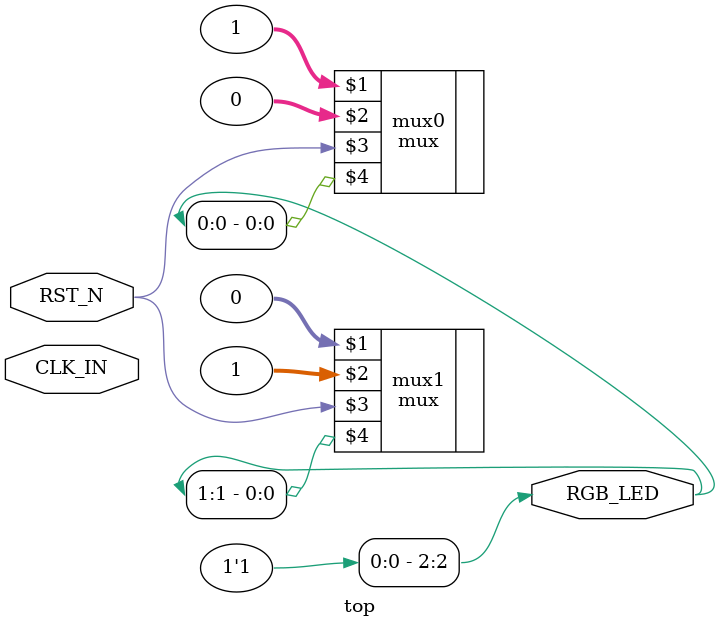
<source format=v>
module top(
	input wire  CLK_IN,
	input wire  RST_N,			// 押した時0
	output wire [2:0]RGB_LED	// 0の時点灯
);

mux mux0(1, 0, RST_N, RGB_LED[0]);
mux mux1(0, 1, RST_N, RGB_LED[1]);

//myxor(0, RST_N, RGB_LED[0]);

//myor(0, RST_N, RGB_LED[0]);

//myand myand(1, 0, RGB_LED[0]);

//mynot(RST_N, RGB_LED[0]);

//assign RGB_LED[0] = 1;
//assign RGB_LED[1] = 1;
assign RGB_LED[2] = 1;

endmodule

</source>
